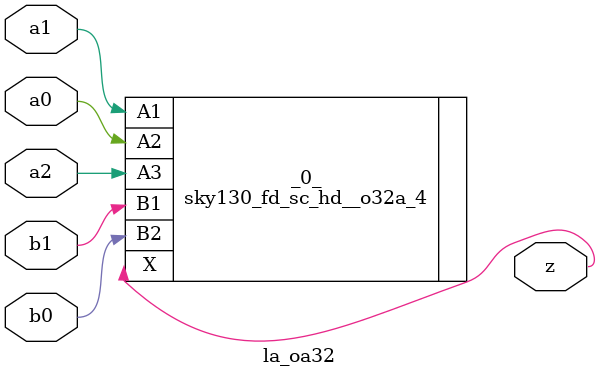
<source format=v>
/* Generated by Yosys 0.37 (git sha1 a5c7f69ed, clang 14.0.0-1ubuntu1.1 -fPIC -Os) */

module la_oa32(a0, a1, a2, b0, b1, z);
  input a0;
  wire a0;
  input a1;
  wire a1;
  input a2;
  wire a2;
  input b0;
  wire b0;
  input b1;
  wire b1;
  output z;
  wire z;
  sky130_fd_sc_hd__o32a_4 _0_ (
    .A1(a1),
    .A2(a0),
    .A3(a2),
    .B1(b1),
    .B2(b0),
    .X(z)
  );
endmodule

</source>
